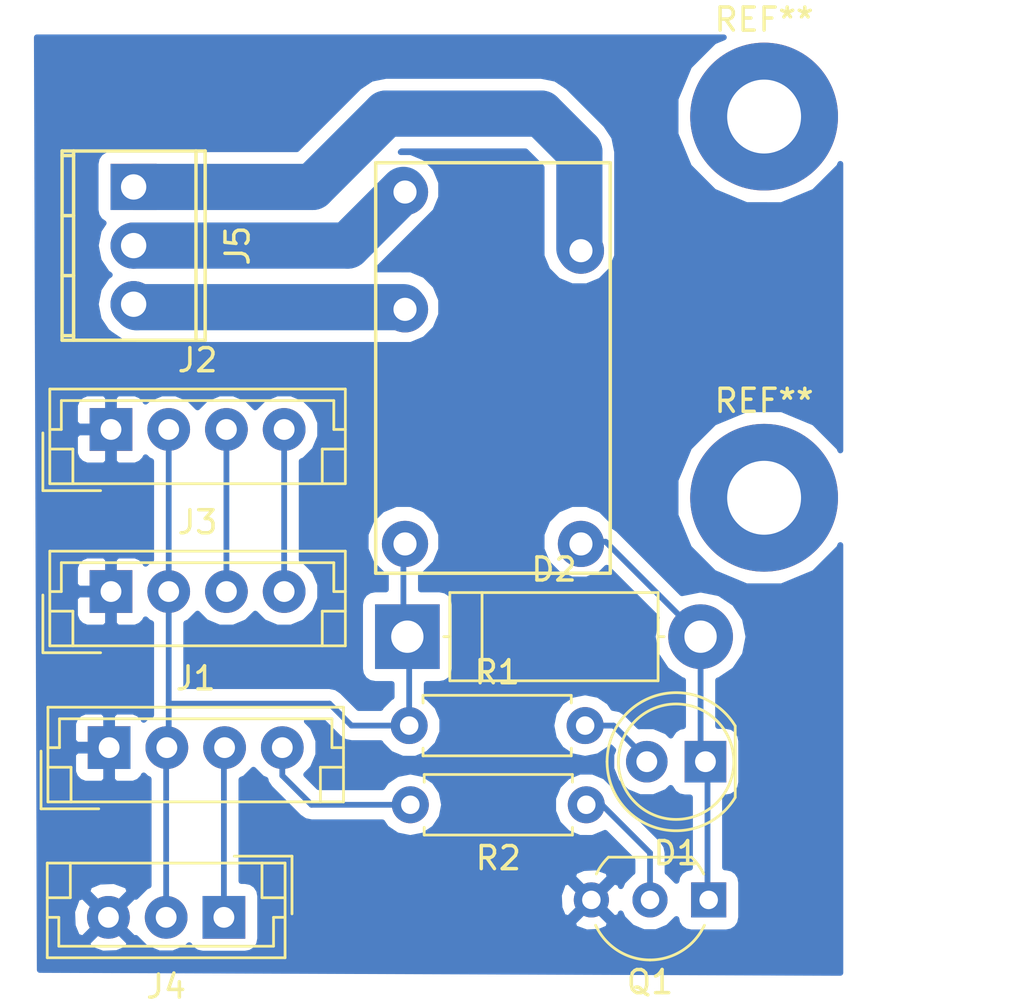
<source format=kicad_pcb>
(kicad_pcb (version 4) (host pcbnew 4.0.7)

  (general
    (links 22)
    (no_connects 0)
    (area 161.523571 86.519 206.033858 130.45)
    (thickness 1.6)
    (drawings 6)
    (tracks 40)
    (zones 0)
    (modules 13)
    (nets 13)
  )

  (page A4)
  (layers
    (0 F.Cu signal)
    (31 B.Cu signal)
    (32 B.Adhes user)
    (33 F.Adhes user)
    (34 B.Paste user)
    (35 F.Paste user)
    (36 B.SilkS user)
    (37 F.SilkS user)
    (38 B.Mask user)
    (39 F.Mask user)
    (40 Dwgs.User user)
    (41 Cmts.User user)
    (42 Eco1.User user)
    (43 Eco2.User user)
    (44 Edge.Cuts user)
    (45 Margin user)
    (46 B.CrtYd user)
    (47 F.CrtYd user)
    (48 B.Fab user)
    (49 F.Fab user)
  )

  (setup
    (last_trace_width 0.25)
    (trace_clearance 0.2)
    (zone_clearance 0.508)
    (zone_45_only no)
    (trace_min 0.2)
    (segment_width 0.2)
    (edge_width 0.15)
    (via_size 0.6)
    (via_drill 0.4)
    (via_min_size 0.4)
    (via_min_drill 0.3)
    (uvia_size 0.3)
    (uvia_drill 0.1)
    (uvias_allowed no)
    (uvia_min_size 0.2)
    (uvia_min_drill 0.1)
    (pcb_text_width 0.3)
    (pcb_text_size 1.5 1.5)
    (mod_edge_width 0.15)
    (mod_text_size 1 1)
    (mod_text_width 0.15)
    (pad_size 1.524 1.524)
    (pad_drill 0.762)
    (pad_to_mask_clearance 0.2)
    (aux_axis_origin 0 0)
    (visible_elements 7FFFFFFF)
    (pcbplotparams
      (layerselection 0x00030_80000001)
      (usegerberextensions false)
      (excludeedgelayer true)
      (linewidth 0.100000)
      (plotframeref false)
      (viasonmask false)
      (mode 1)
      (useauxorigin false)
      (hpglpennumber 1)
      (hpglpenspeed 20)
      (hpglpendiameter 15)
      (hpglpenoverlay 2)
      (psnegative false)
      (psa4output false)
      (plotreference true)
      (plotvalue true)
      (plotinvisibletext false)
      (padsonsilk false)
      (subtractmaskfromsilk false)
      (outputformat 1)
      (mirror false)
      (drillshape 1)
      (scaleselection 1)
      (outputdirectory ""))
  )

  (net 0 "")
  (net 1 "Net-(D1-Pad1)")
  (net 2 "Net-(D1-Pad2)")
  (net 3 VCC)
  (net 4 GND)
  (net 5 /Servo1)
  (net 6 /REL2)
  (net 7 /SDA)
  (net 8 /SCL)
  (net 9 "Net-(J5-Pad3)")
  (net 10 "Net-(J5-Pad1)")
  (net 11 "Net-(J5-Pad2)")
  (net 12 "Net-(Q1-Pad2)")

  (net_class Default "Dies ist die voreingestellte Netzklasse."
    (clearance 0.2)
    (trace_width 0.25)
    (via_dia 0.6)
    (via_drill 0.4)
    (uvia_dia 0.3)
    (uvia_drill 0.1)
    (add_net /REL2)
    (add_net /SCL)
    (add_net /SDA)
    (add_net /Servo1)
    (add_net GND)
    (add_net "Net-(D1-Pad1)")
    (add_net "Net-(D1-Pad2)")
    (add_net "Net-(Q1-Pad2)")
    (add_net VCC)
  )

  (net_class power ""
    (clearance 0.2)
    (trace_width 2)
    (via_dia 0.6)
    (via_drill 0.4)
    (uvia_dia 0.3)
    (uvia_drill 0.1)
    (add_net "Net-(J5-Pad1)")
    (add_net "Net-(J5-Pad2)")
    (add_net "Net-(J5-Pad3)")
  )

  (module LEDs:LED_D5.0mm (layer F.Cu) (tedit 5995936A) (tstamp 5A17DCBF)
    (at 192.151 119.634 180)
    (descr "LED, diameter 5.0mm, 2 pins, http://cdn-reichelt.de/documents/datenblatt/A500/LL-504BC2E-009.pdf")
    (tags "LED diameter 5.0mm 2 pins")
    (path /5A17CF5B)
    (fp_text reference D1 (at 1.27 -3.96 180) (layer F.SilkS)
      (effects (font (size 1 1) (thickness 0.15)))
    )
    (fp_text value LED (at 1.27 3.96 180) (layer F.Fab)
      (effects (font (size 1 1) (thickness 0.15)))
    )
    (fp_arc (start 1.27 0) (end -1.23 -1.469694) (angle 299.1) (layer F.Fab) (width 0.1))
    (fp_arc (start 1.27 0) (end -1.29 -1.54483) (angle 148.9) (layer F.SilkS) (width 0.12))
    (fp_arc (start 1.27 0) (end -1.29 1.54483) (angle -148.9) (layer F.SilkS) (width 0.12))
    (fp_circle (center 1.27 0) (end 3.77 0) (layer F.Fab) (width 0.1))
    (fp_circle (center 1.27 0) (end 3.77 0) (layer F.SilkS) (width 0.12))
    (fp_line (start -1.23 -1.469694) (end -1.23 1.469694) (layer F.Fab) (width 0.1))
    (fp_line (start -1.29 -1.545) (end -1.29 1.545) (layer F.SilkS) (width 0.12))
    (fp_line (start -1.95 -3.25) (end -1.95 3.25) (layer F.CrtYd) (width 0.05))
    (fp_line (start -1.95 3.25) (end 4.5 3.25) (layer F.CrtYd) (width 0.05))
    (fp_line (start 4.5 3.25) (end 4.5 -3.25) (layer F.CrtYd) (width 0.05))
    (fp_line (start 4.5 -3.25) (end -1.95 -3.25) (layer F.CrtYd) (width 0.05))
    (fp_text user %R (at 1.25 0 180) (layer F.Fab)
      (effects (font (size 0.8 0.8) (thickness 0.2)))
    )
    (pad 1 thru_hole rect (at 0 0 180) (size 1.8 1.8) (drill 0.9) (layers *.Cu *.Mask)
      (net 1 "Net-(D1-Pad1)"))
    (pad 2 thru_hole circle (at 2.54 0 180) (size 1.8 1.8) (drill 0.9) (layers *.Cu *.Mask)
      (net 2 "Net-(D1-Pad2)"))
    (model ${KISYS3DMOD}/LEDs.3dshapes/LED_D5.0mm.wrl
      (at (xyz 0 0 0))
      (scale (xyz 0.393701 0.393701 0.393701))
      (rotate (xyz 0 0 0))
    )
  )

  (module Diodes_THT:D_5W_P12.70mm_Horizontal (layer F.Cu) (tedit 5921392E) (tstamp 5A17DCC5)
    (at 179.24 114.22)
    (descr "D, 5W series, Axial, Horizontal, pin pitch=12.7mm, , length*diameter=8.9*3.7mm^2, , http://www.diodes.com/_files/packages/8686949.gif")
    (tags "D 5W series Axial Horizontal pin pitch 12.7mm  length 8.9mm diameter 3.7mm")
    (path /5A15478A)
    (fp_text reference D2 (at 6.35 -2.91) (layer F.SilkS)
      (effects (font (size 1 1) (thickness 0.15)))
    )
    (fp_text value D (at 6.35 2.91) (layer F.Fab)
      (effects (font (size 1 1) (thickness 0.15)))
    )
    (fp_text user %R (at 6.35 0) (layer F.Fab)
      (effects (font (size 1 1) (thickness 0.15)))
    )
    (fp_line (start 1.9 -1.85) (end 1.9 1.85) (layer F.Fab) (width 0.1))
    (fp_line (start 1.9 1.85) (end 10.8 1.85) (layer F.Fab) (width 0.1))
    (fp_line (start 10.8 1.85) (end 10.8 -1.85) (layer F.Fab) (width 0.1))
    (fp_line (start 10.8 -1.85) (end 1.9 -1.85) (layer F.Fab) (width 0.1))
    (fp_line (start 0 0) (end 1.9 0) (layer F.Fab) (width 0.1))
    (fp_line (start 12.7 0) (end 10.8 0) (layer F.Fab) (width 0.1))
    (fp_line (start 3.235 -1.85) (end 3.235 1.85) (layer F.Fab) (width 0.1))
    (fp_line (start 1.84 -1.91) (end 1.84 1.91) (layer F.SilkS) (width 0.12))
    (fp_line (start 1.84 1.91) (end 10.86 1.91) (layer F.SilkS) (width 0.12))
    (fp_line (start 10.86 1.91) (end 10.86 -1.91) (layer F.SilkS) (width 0.12))
    (fp_line (start 10.86 -1.91) (end 1.84 -1.91) (layer F.SilkS) (width 0.12))
    (fp_line (start 1.58 0) (end 1.84 0) (layer F.SilkS) (width 0.12))
    (fp_line (start 11.12 0) (end 10.86 0) (layer F.SilkS) (width 0.12))
    (fp_line (start 3.235 -1.91) (end 3.235 1.91) (layer F.SilkS) (width 0.12))
    (fp_line (start -1.65 -2.2) (end -1.65 2.2) (layer F.CrtYd) (width 0.05))
    (fp_line (start -1.65 2.2) (end 14.35 2.2) (layer F.CrtYd) (width 0.05))
    (fp_line (start 14.35 2.2) (end 14.35 -2.2) (layer F.CrtYd) (width 0.05))
    (fp_line (start 14.35 -2.2) (end -1.65 -2.2) (layer F.CrtYd) (width 0.05))
    (pad 1 thru_hole rect (at 0 0) (size 2.8 2.8) (drill 1.4) (layers *.Cu *.Mask)
      (net 3 VCC))
    (pad 2 thru_hole oval (at 12.7 0) (size 2.8 2.8) (drill 1.4) (layers *.Cu *.Mask)
      (net 1 "Net-(D1-Pad1)"))
    (model ${KISYS3DMOD}/Diodes_THT.3dshapes/D_5W_P12.70mm_Horizontal.wrl
      (at (xyz 0 0 0))
      (scale (xyz 0.393701 0.393701 0.393701))
      (rotate (xyz 0 0 0))
    )
  )

  (module Connectors_JST:JST_EH_B04B-EH-A_04x2.50mm_Straight (layer F.Cu) (tedit 58A3B0B5) (tstamp 5A17DCCD)
    (at 166.325 119.025)
    (descr "JST EH series connector, B04B-EH-A, 2.50mm pitch, top entry")
    (tags "connector jst eh top vertical straight")
    (path /5A17DDF2)
    (fp_text reference J1 (at 3.75 -3) (layer F.SilkS)
      (effects (font (size 1 1) (thickness 0.15)))
    )
    (fp_text value CONN_01X04_MALE (at 3.75 3.5) (layer F.Fab)
      (effects (font (size 1 1) (thickness 0.15)))
    )
    (fp_text user %R (at 3.75 -3) (layer F.Fab)
      (effects (font (size 1 1) (thickness 0.15)))
    )
    (fp_line (start -2.5 -1.6) (end -2.5 2.2) (layer F.Fab) (width 0.1))
    (fp_line (start -2.5 2.2) (end 10 2.2) (layer F.Fab) (width 0.1))
    (fp_line (start 10 2.2) (end 10 -1.6) (layer F.Fab) (width 0.1))
    (fp_line (start 10 -1.6) (end -2.5 -1.6) (layer F.Fab) (width 0.1))
    (fp_line (start -2.65 -1.75) (end -2.65 2.35) (layer F.SilkS) (width 0.12))
    (fp_line (start -2.65 2.35) (end 10.15 2.35) (layer F.SilkS) (width 0.12))
    (fp_line (start 10.15 2.35) (end 10.15 -1.75) (layer F.SilkS) (width 0.12))
    (fp_line (start 10.15 -1.75) (end -2.65 -1.75) (layer F.SilkS) (width 0.12))
    (fp_line (start -2.65 0) (end -2.15 0) (layer F.SilkS) (width 0.12))
    (fp_line (start -2.15 0) (end -2.15 -1.25) (layer F.SilkS) (width 0.12))
    (fp_line (start -2.15 -1.25) (end 9.65 -1.25) (layer F.SilkS) (width 0.12))
    (fp_line (start 9.65 -1.25) (end 9.65 0) (layer F.SilkS) (width 0.12))
    (fp_line (start 9.65 0) (end 10.15 0) (layer F.SilkS) (width 0.12))
    (fp_line (start -2.65 0.85) (end -1.65 0.85) (layer F.SilkS) (width 0.12))
    (fp_line (start -1.65 0.85) (end -1.65 2.35) (layer F.SilkS) (width 0.12))
    (fp_line (start 10.15 0.85) (end 9.15 0.85) (layer F.SilkS) (width 0.12))
    (fp_line (start 9.15 0.85) (end 9.15 2.35) (layer F.SilkS) (width 0.12))
    (fp_line (start -2.95 0.15) (end -2.95 2.65) (layer F.SilkS) (width 0.12))
    (fp_line (start -2.95 2.65) (end -0.45 2.65) (layer F.SilkS) (width 0.12))
    (fp_line (start -2.95 0.15) (end -2.95 2.65) (layer F.Fab) (width 0.1))
    (fp_line (start -2.95 2.65) (end -0.45 2.65) (layer F.Fab) (width 0.1))
    (fp_line (start -3.15 -2.25) (end -3.15 2.85) (layer F.CrtYd) (width 0.05))
    (fp_line (start -3.15 2.85) (end 10.65 2.85) (layer F.CrtYd) (width 0.05))
    (fp_line (start 10.65 2.85) (end 10.65 -2.25) (layer F.CrtYd) (width 0.05))
    (fp_line (start 10.65 -2.25) (end -3.15 -2.25) (layer F.CrtYd) (width 0.05))
    (pad 1 thru_hole rect (at 0 0) (size 1.85 1.85) (drill 0.9) (layers *.Cu *.Mask)
      (net 4 GND))
    (pad 2 thru_hole circle (at 2.5 0) (size 1.85 1.85) (drill 0.9) (layers *.Cu *.Mask)
      (net 3 VCC))
    (pad 3 thru_hole circle (at 5 0) (size 1.85 1.85) (drill 0.9) (layers *.Cu *.Mask)
      (net 5 /Servo1))
    (pad 4 thru_hole circle (at 7.5 0) (size 1.85 1.85) (drill 0.9) (layers *.Cu *.Mask)
      (net 6 /REL2))
    (model Connectors_JST.3dshapes/JST_EH_B04B-EH-A_04x2.50mm_Straight.wrl
      (at (xyz 0 0 0))
      (scale (xyz 1 1 1))
      (rotate (xyz 0 0 0))
    )
  )

  (module Connectors_JST:JST_EH_B04B-EH-A_04x2.50mm_Straight (layer F.Cu) (tedit 58A3B0B5) (tstamp 5A17DCD5)
    (at 166.405 105.245)
    (descr "JST EH series connector, B04B-EH-A, 2.50mm pitch, top entry")
    (tags "connector jst eh top vertical straight")
    (path /5A17DABA)
    (fp_text reference J2 (at 3.75 -3) (layer F.SilkS)
      (effects (font (size 1 1) (thickness 0.15)))
    )
    (fp_text value CONN_01X04_MALE (at 3.75 3.5) (layer F.Fab)
      (effects (font (size 1 1) (thickness 0.15)))
    )
    (fp_text user %R (at 3.75 -3) (layer F.Fab)
      (effects (font (size 1 1) (thickness 0.15)))
    )
    (fp_line (start -2.5 -1.6) (end -2.5 2.2) (layer F.Fab) (width 0.1))
    (fp_line (start -2.5 2.2) (end 10 2.2) (layer F.Fab) (width 0.1))
    (fp_line (start 10 2.2) (end 10 -1.6) (layer F.Fab) (width 0.1))
    (fp_line (start 10 -1.6) (end -2.5 -1.6) (layer F.Fab) (width 0.1))
    (fp_line (start -2.65 -1.75) (end -2.65 2.35) (layer F.SilkS) (width 0.12))
    (fp_line (start -2.65 2.35) (end 10.15 2.35) (layer F.SilkS) (width 0.12))
    (fp_line (start 10.15 2.35) (end 10.15 -1.75) (layer F.SilkS) (width 0.12))
    (fp_line (start 10.15 -1.75) (end -2.65 -1.75) (layer F.SilkS) (width 0.12))
    (fp_line (start -2.65 0) (end -2.15 0) (layer F.SilkS) (width 0.12))
    (fp_line (start -2.15 0) (end -2.15 -1.25) (layer F.SilkS) (width 0.12))
    (fp_line (start -2.15 -1.25) (end 9.65 -1.25) (layer F.SilkS) (width 0.12))
    (fp_line (start 9.65 -1.25) (end 9.65 0) (layer F.SilkS) (width 0.12))
    (fp_line (start 9.65 0) (end 10.15 0) (layer F.SilkS) (width 0.12))
    (fp_line (start -2.65 0.85) (end -1.65 0.85) (layer F.SilkS) (width 0.12))
    (fp_line (start -1.65 0.85) (end -1.65 2.35) (layer F.SilkS) (width 0.12))
    (fp_line (start 10.15 0.85) (end 9.15 0.85) (layer F.SilkS) (width 0.12))
    (fp_line (start 9.15 0.85) (end 9.15 2.35) (layer F.SilkS) (width 0.12))
    (fp_line (start -2.95 0.15) (end -2.95 2.65) (layer F.SilkS) (width 0.12))
    (fp_line (start -2.95 2.65) (end -0.45 2.65) (layer F.SilkS) (width 0.12))
    (fp_line (start -2.95 0.15) (end -2.95 2.65) (layer F.Fab) (width 0.1))
    (fp_line (start -2.95 2.65) (end -0.45 2.65) (layer F.Fab) (width 0.1))
    (fp_line (start -3.15 -2.25) (end -3.15 2.85) (layer F.CrtYd) (width 0.05))
    (fp_line (start -3.15 2.85) (end 10.65 2.85) (layer F.CrtYd) (width 0.05))
    (fp_line (start 10.65 2.85) (end 10.65 -2.25) (layer F.CrtYd) (width 0.05))
    (fp_line (start 10.65 -2.25) (end -3.15 -2.25) (layer F.CrtYd) (width 0.05))
    (pad 1 thru_hole rect (at 0 0) (size 1.85 1.85) (drill 0.9) (layers *.Cu *.Mask)
      (net 4 GND))
    (pad 2 thru_hole circle (at 2.5 0) (size 1.85 1.85) (drill 0.9) (layers *.Cu *.Mask)
      (net 3 VCC))
    (pad 3 thru_hole circle (at 5 0) (size 1.85 1.85) (drill 0.9) (layers *.Cu *.Mask)
      (net 7 /SDA))
    (pad 4 thru_hole circle (at 7.5 0) (size 1.85 1.85) (drill 0.9) (layers *.Cu *.Mask)
      (net 8 /SCL))
    (model Connectors_JST.3dshapes/JST_EH_B04B-EH-A_04x2.50mm_Straight.wrl
      (at (xyz 0 0 0))
      (scale (xyz 1 1 1))
      (rotate (xyz 0 0 0))
    )
  )

  (module Connectors_JST:JST_EH_B04B-EH-A_04x2.50mm_Straight (layer F.Cu) (tedit 58A3B0B5) (tstamp 5A17DCDD)
    (at 166.405 112.265)
    (descr "JST EH series connector, B04B-EH-A, 2.50mm pitch, top entry")
    (tags "connector jst eh top vertical straight")
    (path /5A154896)
    (fp_text reference J3 (at 3.75 -3) (layer F.SilkS)
      (effects (font (size 1 1) (thickness 0.15)))
    )
    (fp_text value CONN_01X04_MALE (at 3.75 3.5) (layer F.Fab)
      (effects (font (size 1 1) (thickness 0.15)))
    )
    (fp_text user %R (at 3.75 -3) (layer F.Fab)
      (effects (font (size 1 1) (thickness 0.15)))
    )
    (fp_line (start -2.5 -1.6) (end -2.5 2.2) (layer F.Fab) (width 0.1))
    (fp_line (start -2.5 2.2) (end 10 2.2) (layer F.Fab) (width 0.1))
    (fp_line (start 10 2.2) (end 10 -1.6) (layer F.Fab) (width 0.1))
    (fp_line (start 10 -1.6) (end -2.5 -1.6) (layer F.Fab) (width 0.1))
    (fp_line (start -2.65 -1.75) (end -2.65 2.35) (layer F.SilkS) (width 0.12))
    (fp_line (start -2.65 2.35) (end 10.15 2.35) (layer F.SilkS) (width 0.12))
    (fp_line (start 10.15 2.35) (end 10.15 -1.75) (layer F.SilkS) (width 0.12))
    (fp_line (start 10.15 -1.75) (end -2.65 -1.75) (layer F.SilkS) (width 0.12))
    (fp_line (start -2.65 0) (end -2.15 0) (layer F.SilkS) (width 0.12))
    (fp_line (start -2.15 0) (end -2.15 -1.25) (layer F.SilkS) (width 0.12))
    (fp_line (start -2.15 -1.25) (end 9.65 -1.25) (layer F.SilkS) (width 0.12))
    (fp_line (start 9.65 -1.25) (end 9.65 0) (layer F.SilkS) (width 0.12))
    (fp_line (start 9.65 0) (end 10.15 0) (layer F.SilkS) (width 0.12))
    (fp_line (start -2.65 0.85) (end -1.65 0.85) (layer F.SilkS) (width 0.12))
    (fp_line (start -1.65 0.85) (end -1.65 2.35) (layer F.SilkS) (width 0.12))
    (fp_line (start 10.15 0.85) (end 9.15 0.85) (layer F.SilkS) (width 0.12))
    (fp_line (start 9.15 0.85) (end 9.15 2.35) (layer F.SilkS) (width 0.12))
    (fp_line (start -2.95 0.15) (end -2.95 2.65) (layer F.SilkS) (width 0.12))
    (fp_line (start -2.95 2.65) (end -0.45 2.65) (layer F.SilkS) (width 0.12))
    (fp_line (start -2.95 0.15) (end -2.95 2.65) (layer F.Fab) (width 0.1))
    (fp_line (start -2.95 2.65) (end -0.45 2.65) (layer F.Fab) (width 0.1))
    (fp_line (start -3.15 -2.25) (end -3.15 2.85) (layer F.CrtYd) (width 0.05))
    (fp_line (start -3.15 2.85) (end 10.65 2.85) (layer F.CrtYd) (width 0.05))
    (fp_line (start 10.65 2.85) (end 10.65 -2.25) (layer F.CrtYd) (width 0.05))
    (fp_line (start 10.65 -2.25) (end -3.15 -2.25) (layer F.CrtYd) (width 0.05))
    (pad 1 thru_hole rect (at 0 0) (size 1.85 1.85) (drill 0.9) (layers *.Cu *.Mask)
      (net 4 GND))
    (pad 2 thru_hole circle (at 2.5 0) (size 1.85 1.85) (drill 0.9) (layers *.Cu *.Mask)
      (net 3 VCC))
    (pad 3 thru_hole circle (at 5 0) (size 1.85 1.85) (drill 0.9) (layers *.Cu *.Mask)
      (net 7 /SDA))
    (pad 4 thru_hole circle (at 7.5 0) (size 1.85 1.85) (drill 0.9) (layers *.Cu *.Mask)
      (net 8 /SCL))
    (model Connectors_JST.3dshapes/JST_EH_B04B-EH-A_04x2.50mm_Straight.wrl
      (at (xyz 0 0 0))
      (scale (xyz 1 1 1))
      (rotate (xyz 0 0 0))
    )
  )

  (module Connectors_JST:JST_EH_B03B-EH-A_03x2.50mm_Straight (layer F.Cu) (tedit 58A3B0B5) (tstamp 5A17DCE4)
    (at 171.295 126.375 180)
    (descr "JST EH series connector, B03B-EH-A, 2.50mm pitch, top entry")
    (tags "connector jst eh top vertical straight")
    (path /5A154823)
    (fp_text reference J4 (at 2.5 -3 180) (layer F.SilkS)
      (effects (font (size 1 1) (thickness 0.15)))
    )
    (fp_text value CONN_01X03_MALE (at 2.5 3.5 180) (layer F.Fab)
      (effects (font (size 1 1) (thickness 0.15)))
    )
    (fp_text user %R (at 2.5 -3 180) (layer F.Fab)
      (effects (font (size 1 1) (thickness 0.15)))
    )
    (fp_line (start -2.5 -1.6) (end -2.5 2.2) (layer F.Fab) (width 0.1))
    (fp_line (start -2.5 2.2) (end 7.5 2.2) (layer F.Fab) (width 0.1))
    (fp_line (start 7.5 2.2) (end 7.5 -1.6) (layer F.Fab) (width 0.1))
    (fp_line (start 7.5 -1.6) (end -2.5 -1.6) (layer F.Fab) (width 0.1))
    (fp_line (start -2.65 -1.75) (end -2.65 2.35) (layer F.SilkS) (width 0.12))
    (fp_line (start -2.65 2.35) (end 7.65 2.35) (layer F.SilkS) (width 0.12))
    (fp_line (start 7.65 2.35) (end 7.65 -1.75) (layer F.SilkS) (width 0.12))
    (fp_line (start 7.65 -1.75) (end -2.65 -1.75) (layer F.SilkS) (width 0.12))
    (fp_line (start -2.65 0) (end -2.15 0) (layer F.SilkS) (width 0.12))
    (fp_line (start -2.15 0) (end -2.15 -1.25) (layer F.SilkS) (width 0.12))
    (fp_line (start -2.15 -1.25) (end 7.15 -1.25) (layer F.SilkS) (width 0.12))
    (fp_line (start 7.15 -1.25) (end 7.15 0) (layer F.SilkS) (width 0.12))
    (fp_line (start 7.15 0) (end 7.65 0) (layer F.SilkS) (width 0.12))
    (fp_line (start -2.65 0.85) (end -1.65 0.85) (layer F.SilkS) (width 0.12))
    (fp_line (start -1.65 0.85) (end -1.65 2.35) (layer F.SilkS) (width 0.12))
    (fp_line (start 7.65 0.85) (end 6.65 0.85) (layer F.SilkS) (width 0.12))
    (fp_line (start 6.65 0.85) (end 6.65 2.35) (layer F.SilkS) (width 0.12))
    (fp_line (start -2.95 0.15) (end -2.95 2.65) (layer F.SilkS) (width 0.12))
    (fp_line (start -2.95 2.65) (end -0.45 2.65) (layer F.SilkS) (width 0.12))
    (fp_line (start -2.95 0.15) (end -2.95 2.65) (layer F.Fab) (width 0.1))
    (fp_line (start -2.95 2.65) (end -0.45 2.65) (layer F.Fab) (width 0.1))
    (fp_line (start -3.15 -2.25) (end -3.15 2.85) (layer F.CrtYd) (width 0.05))
    (fp_line (start -3.15 2.85) (end 8.15 2.85) (layer F.CrtYd) (width 0.05))
    (fp_line (start 8.15 2.85) (end 8.15 -2.25) (layer F.CrtYd) (width 0.05))
    (fp_line (start 8.15 -2.25) (end -3.15 -2.25) (layer F.CrtYd) (width 0.05))
    (pad 1 thru_hole rect (at 0 0 180) (size 1.85 1.85) (drill 0.9) (layers *.Cu *.Mask)
      (net 5 /Servo1))
    (pad 2 thru_hole circle (at 2.5 0 180) (size 1.85 1.85) (drill 0.9) (layers *.Cu *.Mask)
      (net 3 VCC))
    (pad 3 thru_hole circle (at 5 0 180) (size 1.85 1.85) (drill 0.9) (layers *.Cu *.Mask)
      (net 4 GND))
    (model Connectors_JST.3dshapes/JST_EH_B03B-EH-A_03x2.50mm_Straight.wrl
      (at (xyz 0 0 0))
      (scale (xyz 1 1 1))
      (rotate (xyz 0 0 0))
    )
  )

  (module Connectors_Terminal_Blocks:TerminalBlock_Pheonix_MPT-2.54mm_3pol (layer F.Cu) (tedit 0) (tstamp 5A17DCEB)
    (at 167.386 94.742 270)
    (descr "3-way 2.54mm pitch terminal block, Phoenix MPT series")
    (path /5A17D78D)
    (fp_text reference J5 (at 2.54 -4.50088 270) (layer F.SilkS)
      (effects (font (size 1 1) (thickness 0.15)))
    )
    (fp_text value CONN_01X03 (at 2.54 4.50088 270) (layer F.Fab)
      (effects (font (size 1 1) (thickness 0.15)))
    )
    (fp_line (start -1.778 3.302) (end 6.858 3.302) (layer F.CrtYd) (width 0.05))
    (fp_line (start -1.778 -3.302) (end -1.778 3.302) (layer F.CrtYd) (width 0.05))
    (fp_line (start 6.858 -3.302) (end -1.778 -3.302) (layer F.CrtYd) (width 0.05))
    (fp_line (start 6.858 3.302) (end 6.858 -3.302) (layer F.CrtYd) (width 0.05))
    (fp_line (start 6.63956 -3.0988) (end -1.55956 -3.0988) (layer F.SilkS) (width 0.15))
    (fp_line (start 6.63956 -2.70002) (end -1.55956 -2.70002) (layer F.SilkS) (width 0.15))
    (fp_line (start 6.63956 2.60096) (end -1.55956 2.60096) (layer F.SilkS) (width 0.15))
    (fp_line (start -1.55956 3.0988) (end 6.63956 3.0988) (layer F.SilkS) (width 0.15))
    (fp_line (start 3.84048 2.60096) (end 3.84048 3.0988) (layer F.SilkS) (width 0.15))
    (fp_line (start -1.3589 3.0988) (end -1.3589 2.60096) (layer F.SilkS) (width 0.15))
    (fp_line (start 6.44144 2.60096) (end 6.44144 3.0988) (layer F.SilkS) (width 0.15))
    (fp_line (start 1.24206 3.0988) (end 1.24206 2.60096) (layer F.SilkS) (width 0.15))
    (fp_line (start 6.63956 3.0988) (end 6.63956 -3.0988) (layer F.SilkS) (width 0.15))
    (fp_line (start -1.55702 -3.0988) (end -1.55702 3.0988) (layer F.SilkS) (width 0.15))
    (pad 3 thru_hole oval (at 5.08 0 270) (size 1.99898 1.99898) (drill 1.09728) (layers *.Cu *.Mask)
      (net 9 "Net-(J5-Pad3)"))
    (pad 1 thru_hole rect (at 0 0 270) (size 1.99898 1.99898) (drill 1.09728) (layers *.Cu *.Mask)
      (net 10 "Net-(J5-Pad1)"))
    (pad 2 thru_hole oval (at 2.54 0 270) (size 1.99898 1.99898) (drill 1.09728) (layers *.Cu *.Mask)
      (net 11 "Net-(J5-Pad2)"))
    (model Terminal_Blocks.3dshapes/TerminalBlock_Pheonix_MPT-2.54mm_3pol.wrl
      (at (xyz 0.1 0 0))
      (scale (xyz 1 1 1))
      (rotate (xyz 0 0 0))
    )
  )

  (module TO_SOT_Packages_THT:TO-92_Inline_Wide (layer F.Cu) (tedit 58CE52AF) (tstamp 5A17DCF2)
    (at 192.29 125.62 180)
    (descr "TO-92 leads in-line, wide, drill 0.8mm (see NXP sot054_po.pdf)")
    (tags "to-92 sc-43 sc-43a sot54 PA33 transistor")
    (path /5A17CEC7)
    (fp_text reference Q1 (at 2.54 -3.56 360) (layer F.SilkS)
      (effects (font (size 1 1) (thickness 0.15)))
    )
    (fp_text value BC547 (at 2.54 2.79 180) (layer F.Fab)
      (effects (font (size 1 1) (thickness 0.15)))
    )
    (fp_text user %R (at 2.54 -3.56 360) (layer F.Fab)
      (effects (font (size 1 1) (thickness 0.15)))
    )
    (fp_line (start 0.74 1.85) (end 4.34 1.85) (layer F.SilkS) (width 0.12))
    (fp_line (start 0.8 1.75) (end 4.3 1.75) (layer F.Fab) (width 0.1))
    (fp_line (start -1.01 -2.73) (end 6.09 -2.73) (layer F.CrtYd) (width 0.05))
    (fp_line (start -1.01 -2.73) (end -1.01 2.01) (layer F.CrtYd) (width 0.05))
    (fp_line (start 6.09 2.01) (end 6.09 -2.73) (layer F.CrtYd) (width 0.05))
    (fp_line (start 6.09 2.01) (end -1.01 2.01) (layer F.CrtYd) (width 0.05))
    (fp_arc (start 2.54 0) (end 0.74 1.85) (angle 20) (layer F.SilkS) (width 0.12))
    (fp_arc (start 2.54 0) (end 2.54 -2.6) (angle -65) (layer F.SilkS) (width 0.12))
    (fp_arc (start 2.54 0) (end 2.54 -2.6) (angle 65) (layer F.SilkS) (width 0.12))
    (fp_arc (start 2.54 0) (end 2.54 -2.48) (angle 135) (layer F.Fab) (width 0.1))
    (fp_arc (start 2.54 0) (end 2.54 -2.48) (angle -135) (layer F.Fab) (width 0.1))
    (fp_arc (start 2.54 0) (end 4.34 1.85) (angle -20) (layer F.SilkS) (width 0.12))
    (pad 2 thru_hole circle (at 2.54 0 270) (size 1.52 1.52) (drill 0.8) (layers *.Cu *.Mask)
      (net 12 "Net-(Q1-Pad2)"))
    (pad 3 thru_hole circle (at 5.08 0 270) (size 1.52 1.52) (drill 0.8) (layers *.Cu *.Mask)
      (net 4 GND))
    (pad 1 thru_hole rect (at 0 0 270) (size 1.52 1.52) (drill 0.8) (layers *.Cu *.Mask)
      (net 1 "Net-(D1-Pad1)"))
    (model ${KISYS3DMOD}/TO_SOT_Packages_THT.3dshapes/TO-92_Inline_Wide.wrl
      (at (xyz 0.1 0 0))
      (scale (xyz 1 1 1))
      (rotate (xyz 0 0 -90))
    )
  )

  (module Resistors_THT:R_Axial_DIN0207_L6.3mm_D2.5mm_P7.62mm_Horizontal (layer F.Cu) (tedit 5874F706) (tstamp 5A17DCF8)
    (at 179.32 118.07)
    (descr "Resistor, Axial_DIN0207 series, Axial, Horizontal, pin pitch=7.62mm, 0.25W = 1/4W, length*diameter=6.3*2.5mm^2, http://cdn-reichelt.de/documents/datenblatt/B400/1_4W%23YAG.pdf")
    (tags "Resistor Axial_DIN0207 series Axial Horizontal pin pitch 7.62mm 0.25W = 1/4W length 6.3mm diameter 2.5mm")
    (path /5A17D0A6)
    (fp_text reference R1 (at 3.81 -2.31) (layer F.SilkS)
      (effects (font (size 1 1) (thickness 0.15)))
    )
    (fp_text value R (at 3.81 2.31) (layer F.Fab)
      (effects (font (size 1 1) (thickness 0.15)))
    )
    (fp_line (start 0.66 -1.25) (end 0.66 1.25) (layer F.Fab) (width 0.1))
    (fp_line (start 0.66 1.25) (end 6.96 1.25) (layer F.Fab) (width 0.1))
    (fp_line (start 6.96 1.25) (end 6.96 -1.25) (layer F.Fab) (width 0.1))
    (fp_line (start 6.96 -1.25) (end 0.66 -1.25) (layer F.Fab) (width 0.1))
    (fp_line (start 0 0) (end 0.66 0) (layer F.Fab) (width 0.1))
    (fp_line (start 7.62 0) (end 6.96 0) (layer F.Fab) (width 0.1))
    (fp_line (start 0.6 -0.98) (end 0.6 -1.31) (layer F.SilkS) (width 0.12))
    (fp_line (start 0.6 -1.31) (end 7.02 -1.31) (layer F.SilkS) (width 0.12))
    (fp_line (start 7.02 -1.31) (end 7.02 -0.98) (layer F.SilkS) (width 0.12))
    (fp_line (start 0.6 0.98) (end 0.6 1.31) (layer F.SilkS) (width 0.12))
    (fp_line (start 0.6 1.31) (end 7.02 1.31) (layer F.SilkS) (width 0.12))
    (fp_line (start 7.02 1.31) (end 7.02 0.98) (layer F.SilkS) (width 0.12))
    (fp_line (start -1.05 -1.6) (end -1.05 1.6) (layer F.CrtYd) (width 0.05))
    (fp_line (start -1.05 1.6) (end 8.7 1.6) (layer F.CrtYd) (width 0.05))
    (fp_line (start 8.7 1.6) (end 8.7 -1.6) (layer F.CrtYd) (width 0.05))
    (fp_line (start 8.7 -1.6) (end -1.05 -1.6) (layer F.CrtYd) (width 0.05))
    (pad 1 thru_hole circle (at 0 0) (size 1.6 1.6) (drill 0.8) (layers *.Cu *.Mask)
      (net 3 VCC))
    (pad 2 thru_hole oval (at 7.62 0) (size 1.6 1.6) (drill 0.8) (layers *.Cu *.Mask)
      (net 2 "Net-(D1-Pad2)"))
    (model ${KISYS3DMOD}/Resistors_THT.3dshapes/R_Axial_DIN0207_L6.3mm_D2.5mm_P7.62mm_Horizontal.wrl
      (at (xyz 0 0 0))
      (scale (xyz 0.393701 0.393701 0.393701))
      (rotate (xyz 0 0 0))
    )
  )

  (module Resistors_THT:R_Axial_DIN0207_L6.3mm_D2.5mm_P7.62mm_Horizontal (layer F.Cu) (tedit 5874F706) (tstamp 5A17DCFE)
    (at 186.99 121.5 180)
    (descr "Resistor, Axial_DIN0207 series, Axial, Horizontal, pin pitch=7.62mm, 0.25W = 1/4W, length*diameter=6.3*2.5mm^2, http://cdn-reichelt.de/documents/datenblatt/B400/1_4W%23YAG.pdf")
    (tags "Resistor Axial_DIN0207 series Axial Horizontal pin pitch 7.62mm 0.25W = 1/4W length 6.3mm diameter 2.5mm")
    (path /5A17CF08)
    (fp_text reference R2 (at 3.81 -2.31 180) (layer F.SilkS)
      (effects (font (size 1 1) (thickness 0.15)))
    )
    (fp_text value R (at 3.81 2.31 180) (layer F.Fab)
      (effects (font (size 1 1) (thickness 0.15)))
    )
    (fp_line (start 0.66 -1.25) (end 0.66 1.25) (layer F.Fab) (width 0.1))
    (fp_line (start 0.66 1.25) (end 6.96 1.25) (layer F.Fab) (width 0.1))
    (fp_line (start 6.96 1.25) (end 6.96 -1.25) (layer F.Fab) (width 0.1))
    (fp_line (start 6.96 -1.25) (end 0.66 -1.25) (layer F.Fab) (width 0.1))
    (fp_line (start 0 0) (end 0.66 0) (layer F.Fab) (width 0.1))
    (fp_line (start 7.62 0) (end 6.96 0) (layer F.Fab) (width 0.1))
    (fp_line (start 0.6 -0.98) (end 0.6 -1.31) (layer F.SilkS) (width 0.12))
    (fp_line (start 0.6 -1.31) (end 7.02 -1.31) (layer F.SilkS) (width 0.12))
    (fp_line (start 7.02 -1.31) (end 7.02 -0.98) (layer F.SilkS) (width 0.12))
    (fp_line (start 0.6 0.98) (end 0.6 1.31) (layer F.SilkS) (width 0.12))
    (fp_line (start 0.6 1.31) (end 7.02 1.31) (layer F.SilkS) (width 0.12))
    (fp_line (start 7.02 1.31) (end 7.02 0.98) (layer F.SilkS) (width 0.12))
    (fp_line (start -1.05 -1.6) (end -1.05 1.6) (layer F.CrtYd) (width 0.05))
    (fp_line (start -1.05 1.6) (end 8.7 1.6) (layer F.CrtYd) (width 0.05))
    (fp_line (start 8.7 1.6) (end 8.7 -1.6) (layer F.CrtYd) (width 0.05))
    (fp_line (start 8.7 -1.6) (end -1.05 -1.6) (layer F.CrtYd) (width 0.05))
    (pad 1 thru_hole circle (at 0 0 180) (size 1.6 1.6) (drill 0.8) (layers *.Cu *.Mask)
      (net 12 "Net-(Q1-Pad2)"))
    (pad 2 thru_hole oval (at 7.62 0 180) (size 1.6 1.6) (drill 0.8) (layers *.Cu *.Mask)
      (net 6 /REL2))
    (model ${KISYS3DMOD}/Resistors_THT.3dshapes/R_Axial_DIN0207_L6.3mm_D2.5mm_P7.62mm_Horizontal.wrl
      (at (xyz 0 0 0))
      (scale (xyz 0.393701 0.393701 0.393701))
      (rotate (xyz 0 0 0))
    )
  )

  (module Mounting_Holes:MountingHole_3.2mm_M3_Pad (layer F.Cu) (tedit 56D1B4CB) (tstamp 5A180F35)
    (at 194.691 91.694)
    (descr "Mounting Hole 3.2mm, M3")
    (tags "mounting hole 3.2mm m3")
    (attr virtual)
    (fp_text reference REF** (at 0 -4.2) (layer F.SilkS)
      (effects (font (size 1 1) (thickness 0.15)))
    )
    (fp_text value MountingHole_3.2mm_M3_Pad (at 0 4.2) (layer F.Fab)
      (effects (font (size 1 1) (thickness 0.15)))
    )
    (fp_text user %R (at 0.3 0) (layer F.Fab)
      (effects (font (size 1 1) (thickness 0.15)))
    )
    (fp_circle (center 0 0) (end 3.2 0) (layer Cmts.User) (width 0.15))
    (fp_circle (center 0 0) (end 3.45 0) (layer F.CrtYd) (width 0.05))
    (pad 1 thru_hole circle (at 0 0) (size 6.4 6.4) (drill 3.2) (layers *.Cu *.Mask))
  )

  (module Mounting_Holes:MountingHole_3.2mm_M3_Pad (layer F.Cu) (tedit 56D1B4CB) (tstamp 5A180F44)
    (at 194.691 108.204)
    (descr "Mounting Hole 3.2mm, M3")
    (tags "mounting hole 3.2mm m3")
    (attr virtual)
    (fp_text reference REF** (at 0 -4.2) (layer F.SilkS)
      (effects (font (size 1 1) (thickness 0.15)))
    )
    (fp_text value MountingHole_3.2mm_M3_Pad (at 0 4.2) (layer F.Fab)
      (effects (font (size 1 1) (thickness 0.15)))
    )
    (fp_text user %R (at 0.3 0) (layer F.Fab)
      (effects (font (size 1 1) (thickness 0.15)))
    )
    (fp_circle (center 0 0) (end 3.2 0) (layer Cmts.User) (width 0.15))
    (fp_circle (center 0 0) (end 3.45 0) (layer F.CrtYd) (width 0.05))
    (pad 1 thru_hole circle (at 0 0) (size 6.4 6.4) (drill 3.2) (layers *.Cu *.Mask))
  )

  (module relay:JZC-11F (layer F.Cu) (tedit 5A17F3AF) (tstamp 5A180E7C)
    (at 183.134 102.108 270)
    (path /5A17F976)
    (fp_text reference RL1 (at 2.245 0.185 360) (layer F.SilkS) hide
      (effects (font (size 1 1) (thickness 0.15)))
    )
    (fp_text value JZC-11F (at -9.685 0.185 360) (layer F.Fab)
      (effects (font (size 1 1) (thickness 0.15)))
    )
    (fp_line (start 9.365 5.265) (end 9.365 -4.895) (layer F.SilkS) (width 0.15))
    (fp_line (start 9.365 -4.895) (end -8.415 -4.895) (layer F.SilkS) (width 0.15))
    (fp_line (start -8.415 -4.895) (end -8.415 5.265) (layer F.SilkS) (width 0.15))
    (fp_line (start -8.415 5.265) (end 9.365 5.265) (layer F.SilkS) (width 0.15))
    (pad 1 thru_hole circle (at 8.095 3.995) (size 2 2) (drill 1) (layers *.Cu *.Mask)
      (net 3 VCC))
    (pad 2 thru_hole circle (at 8.095 -3.625) (size 2 2) (drill 1) (layers *.Cu *.Mask)
      (net 1 "Net-(D1-Pad1)"))
    (pad 3 thru_hole circle (at -4.605 -3.625) (size 2 2) (drill 1) (layers *.Cu *.Mask)
      (net 10 "Net-(J5-Pad1)"))
    (pad 4 thru_hole circle (at -2.065 3.995) (size 2 2) (drill 1) (layers *.Cu *.Mask)
      (net 9 "Net-(J5-Pad3)"))
    (pad 5 thru_hole circle (at -7.145 3.995) (size 2 2) (drill 1) (layers *.Cu *.Mask)
      (net 11 "Net-(J5-Pad2)"))
    (model ../../../../../../Users/Service/Desktop/Belichter/Aetzbad/jzc-11f.wrl
      (at (xyz 0.019685 0 0))
      (scale (xyz 0.393701 0.393701 0.393701))
      (rotate (xyz 0 0 0))
    )
  )

  (gr_line (start 198.32 128.33) (end 198.37 128.33) (angle 90) (layer Margin) (width 0.2))
  (gr_line (start 198.32 129.04) (end 198.32 128.33) (angle 90) (layer Margin) (width 0.2))
  (gr_line (start 163 129.04) (end 198.32 129.04) (angle 90) (layer Margin) (width 0.2))
  (gr_line (start 163 88.01) (end 163 129.04) (angle 90) (layer Margin) (width 0.2))
  (gr_line (start 198.34 88.01) (end 163 88.01) (angle 90) (layer Margin) (width 0.2))
  (gr_line (start 198.34 128.73) (end 198.34 88.01) (angle 90) (layer Margin) (width 0.2))

  (segment (start 187.829 110.109) (end 191.94 114.22) (width 0.25) (layer B.Cu) (net 1) (tstamp 5A180F53))
  (segment (start 192.24 125.57) (end 192.29 125.62) (width 0.25) (layer B.Cu) (net 1) (tstamp 5A17DE85))
  (segment (start 191.94 114.22) (end 191.94 119.3) (width 0.25) (layer B.Cu) (net 1))
  (segment (start 192.24 119.6) (end 192.24 125.57) (width 0.25) (layer B.Cu) (net 1))
  (segment (start 191.94 119.3) (end 192.24 119.6) (width 0.25) (layer B.Cu) (net 1) (tstamp 5A17DE82))
  (segment (start 186.69 110.109) (end 187.829 110.109) (width 0.25) (layer B.Cu) (net 1))
  (segment (start 188.17 118.07) (end 189.7 119.6) (width 0.25) (layer B.Cu) (net 2) (tstamp 5A17DE7A))
  (segment (start 186.94 118.07) (end 188.17 118.07) (width 0.25) (layer B.Cu) (net 2))
  (segment (start 179.07 110.109) (end 179.07 114.05) (width 0.25) (layer B.Cu) (net 3))
  (segment (start 179.07 114.05) (end 179.24 114.22) (width 0.25) (layer B.Cu) (net 3) (tstamp 5A180F57))
  (segment (start 179.32 118.07) (end 176.82 118.07) (width 0.25) (layer B.Cu) (net 3))
  (segment (start 175.87 117.12) (end 168.905 117.12) (width 0.25) (layer B.Cu) (net 3) (tstamp 5A17DE74))
  (segment (start 176.82 118.07) (end 175.87 117.12) (width 0.25) (layer B.Cu) (net 3) (tstamp 5A17DE6B))
  (segment (start 179.32 118.07) (end 179.32 114.3) (width 0.25) (layer B.Cu) (net 3))
  (segment (start 179.32 114.3) (end 179.24 114.22) (width 0.25) (layer B.Cu) (net 3) (tstamp 5A17DE64))
  (segment (start 168.795 126.375) (end 168.795 119.055) (width 0.25) (layer B.Cu) (net 3))
  (segment (start 168.795 119.055) (end 168.825 119.025) (width 0.25) (layer B.Cu) (net 3) (tstamp 5A17DE4E))
  (segment (start 168.905 112.265) (end 168.905 117.12) (width 0.25) (layer B.Cu) (net 3))
  (segment (start 168.905 117.12) (end 168.905 118.945) (width 0.25) (layer B.Cu) (net 3) (tstamp 5A17DE78))
  (segment (start 168.905 118.945) (end 168.825 119.025) (width 0.25) (layer B.Cu) (net 3) (tstamp 5A17DE49))
  (segment (start 168.905 105.245) (end 168.905 112.265) (width 0.25) (layer B.Cu) (net 3))
  (segment (start 171.295 126.375) (end 171.295 119.055) (width 0.25) (layer B.Cu) (net 5))
  (segment (start 171.295 119.055) (end 171.325 119.025) (width 0.25) (layer B.Cu) (net 5) (tstamp 5A17DE55))
  (segment (start 173.825 119.025) (end 173.825 120.235) (width 0.25) (layer B.Cu) (net 6))
  (segment (start 175.09 121.5) (end 179.37 121.5) (width 0.25) (layer B.Cu) (net 6) (tstamp 5A17DE5C))
  (segment (start 173.825 120.235) (end 175.09 121.5) (width 0.25) (layer B.Cu) (net 6) (tstamp 5A17DE58))
  (segment (start 171.405 105.245) (end 171.405 112.265) (width 0.25) (layer B.Cu) (net 7))
  (segment (start 173.905 105.245) (end 173.905 112.265) (width 0.25) (layer B.Cu) (net 8))
  (segment (start 179.07 99.949) (end 167.513 99.949) (width 2) (layer B.Cu) (net 9))
  (segment (start 167.513 99.949) (end 167.386 99.822) (width 2) (layer B.Cu) (net 9) (tstamp 5A180F21))
  (segment (start 167.386 94.742) (end 175.133 94.742) (width 2) (layer B.Cu) (net 10))
  (segment (start 186.69 93.218) (end 186.69 97.409) (width 2) (layer B.Cu) (net 10) (tstamp 5A180F2A))
  (segment (start 185.039 91.567) (end 186.69 93.218) (width 2) (layer B.Cu) (net 10) (tstamp 5A180F29))
  (segment (start 178.308 91.567) (end 185.039 91.567) (width 2) (layer B.Cu) (net 10) (tstamp 5A180F28))
  (segment (start 175.133 94.742) (end 178.308 91.567) (width 2) (layer B.Cu) (net 10) (tstamp 5A180F27))
  (segment (start 176.657 97.282) (end 179.07 94.869) (width 2) (layer B.Cu) (net 11) (tstamp 5A180F24))
  (segment (start 167.386 97.282) (end 176.657 97.282) (width 2) (layer B.Cu) (net 11))
  (segment (start 186.99 121.5) (end 187.667 121.5) (width 0.25) (layer B.Cu) (net 12))
  (segment (start 187.667 121.5) (end 189.75 123.583) (width 0.25) (layer B.Cu) (net 12) (tstamp 5A180F4E))
  (segment (start 189.75 123.583) (end 189.75 125.62) (width 0.25) (layer B.Cu) (net 12) (tstamp 5A180F4F))

  (zone (net 4) (net_name GND) (layer B.Cu) (tstamp 5A17DF82) (hatch edge 0.508)
    (connect_pads (clearance 0.508))
    (min_thickness 0.254)
    (fill yes (arc_segments 16) (thermal_gap 0.508) (thermal_bridge_width 0.508))
    (polygon
      (pts
        (xy 163.068 88.138) (xy 198.12 88.138) (xy 198.12 128.905) (xy 163.195 128.778)
      )
    )
    (filled_polygon
      (pts
        (xy 192.521485 88.44095) (xy 191.441741 89.518811) (xy 190.856667 90.927825) (xy 190.855336 92.453482) (xy 191.43795 93.863515)
        (xy 192.515811 94.943259) (xy 193.924825 95.528333) (xy 195.450482 95.529664) (xy 196.860515 94.94705) (xy 197.940259 93.869189)
        (xy 197.993 93.742175) (xy 197.993 106.152953) (xy 197.94405 106.034485) (xy 196.866189 104.954741) (xy 195.457175 104.369667)
        (xy 193.931518 104.368336) (xy 192.521485 104.95095) (xy 191.441741 106.028811) (xy 190.856667 107.437825) (xy 190.855336 108.963482)
        (xy 191.43795 110.373515) (xy 192.515811 111.453259) (xy 193.924825 112.038333) (xy 195.450482 112.039664) (xy 196.860515 111.45705)
        (xy 197.940259 110.379189) (xy 197.993 110.252175) (xy 197.993 128.777538) (xy 163.321605 128.65146) (xy 163.317924 127.473256)
        (xy 165.376349 127.473256) (xy 165.465821 127.732332) (xy 166.048368 127.946325) (xy 166.668461 127.921097) (xy 167.124179 127.732332)
        (xy 167.213651 127.473256) (xy 166.295 126.554605) (xy 165.376349 127.473256) (xy 163.317924 127.473256) (xy 163.313721 126.128368)
        (xy 164.723675 126.128368) (xy 164.748903 126.748461) (xy 164.937668 127.204179) (xy 165.196744 127.293651) (xy 166.115395 126.375)
        (xy 165.196744 125.456349) (xy 164.937668 125.545821) (xy 164.723675 126.128368) (xy 163.313721 126.128368) (xy 163.31106 125.276744)
        (xy 165.376349 125.276744) (xy 166.295 126.195395) (xy 167.213651 125.276744) (xy 167.124179 125.017668) (xy 166.541632 124.803675)
        (xy 165.921539 124.828903) (xy 165.465821 125.017668) (xy 165.376349 125.276744) (xy 163.31106 125.276744) (xy 163.292416 119.31075)
        (xy 164.765 119.31075) (xy 164.765 120.07631) (xy 164.861673 120.309699) (xy 165.040302 120.488327) (xy 165.273691 120.585)
        (xy 166.03925 120.585) (xy 166.198 120.42625) (xy 166.198 119.152) (xy 164.92375 119.152) (xy 164.765 119.31075)
        (xy 163.292416 119.31075) (xy 163.288238 117.97369) (xy 164.765 117.97369) (xy 164.765 118.73925) (xy 164.92375 118.898)
        (xy 166.198 118.898) (xy 166.198 117.62375) (xy 166.452 117.62375) (xy 166.452 118.898) (xy 166.472 118.898)
        (xy 166.472 119.152) (xy 166.452 119.152) (xy 166.452 120.42625) (xy 166.61075 120.585) (xy 167.376309 120.585)
        (xy 167.609698 120.488327) (xy 167.788327 120.309699) (xy 167.822017 120.228365) (xy 167.940177 120.346732) (xy 168.035 120.386106)
        (xy 168.035 125.001103) (xy 167.912486 125.051725) (xy 167.477879 125.485574) (xy 167.393256 125.456349) (xy 166.474605 126.375)
        (xy 167.393256 127.293651) (xy 167.478434 127.264235) (xy 167.910177 127.696732) (xy 168.483336 127.934728) (xy 169.103942 127.93527)
        (xy 169.677514 127.698275) (xy 169.795749 127.580246) (xy 169.90591 127.751441) (xy 170.11811 127.896431) (xy 170.37 127.94744)
        (xy 172.22 127.94744) (xy 172.455317 127.903162) (xy 172.671441 127.76409) (xy 172.816431 127.55189) (xy 172.86744 127.3)
        (xy 172.86744 126.598764) (xy 186.410841 126.598764) (xy 186.480059 126.840742) (xy 187.00278 127.027155) (xy 187.557049 126.999341)
        (xy 187.939941 126.840742) (xy 188.009159 126.598764) (xy 187.21 125.799605) (xy 186.410841 126.598764) (xy 172.86744 126.598764)
        (xy 172.86744 125.45) (xy 172.860437 125.41278) (xy 185.802845 125.41278) (xy 185.830659 125.967049) (xy 185.989258 126.349941)
        (xy 186.231236 126.419159) (xy 187.030395 125.62) (xy 186.231236 124.820841) (xy 185.989258 124.890059) (xy 185.802845 125.41278)
        (xy 172.860437 125.41278) (xy 172.823162 125.214683) (xy 172.68409 124.998559) (xy 172.47189 124.853569) (xy 172.22 124.80256)
        (xy 172.055 124.80256) (xy 172.055 124.641236) (xy 186.410841 124.641236) (xy 187.21 125.440395) (xy 188.009159 124.641236)
        (xy 187.939941 124.399258) (xy 187.41722 124.212845) (xy 186.862951 124.240659) (xy 186.480059 124.399258) (xy 186.410841 124.641236)
        (xy 172.055 124.641236) (xy 172.055 120.411292) (xy 172.207514 120.348275) (xy 172.575256 119.981174) (xy 172.940177 120.346732)
        (xy 173.100464 120.413289) (xy 173.122852 120.525839) (xy 173.287599 120.772401) (xy 174.552599 122.037401) (xy 174.799161 122.202148)
        (xy 175.09 122.26) (xy 178.157005 122.26) (xy 178.327189 122.514698) (xy 178.792736 122.825767) (xy 179.341887 122.935)
        (xy 179.398113 122.935) (xy 179.947264 122.825767) (xy 180.412811 122.514698) (xy 180.72388 122.049151) (xy 180.833113 121.5)
        (xy 180.72388 120.950849) (xy 180.412811 120.485302) (xy 179.947264 120.174233) (xy 179.398113 120.065) (xy 179.341887 120.065)
        (xy 178.792736 120.174233) (xy 178.327189 120.485302) (xy 178.157005 120.74) (xy 175.404802 120.74) (xy 174.860429 120.195627)
        (xy 175.146732 119.909823) (xy 175.384728 119.336664) (xy 175.38527 118.716058) (xy 175.148275 118.142486) (xy 174.886247 117.88)
        (xy 175.555198 117.88) (xy 176.282599 118.607401) (xy 176.529161 118.772148) (xy 176.82 118.83) (xy 178.081354 118.83)
        (xy 178.102757 118.8818) (xy 178.506077 119.285824) (xy 179.033309 119.50475) (xy 179.604187 119.505248) (xy 180.1318 119.287243)
        (xy 180.535824 118.883923) (xy 180.75475 118.356691) (xy 180.755248 117.785813) (xy 180.537243 117.2582) (xy 180.133923 116.854176)
        (xy 180.08 116.831785) (xy 180.08 116.26744) (xy 180.64 116.26744) (xy 180.875317 116.223162) (xy 181.091441 116.08409)
        (xy 181.236431 115.87189) (xy 181.28744 115.62) (xy 181.28744 112.82) (xy 181.243162 112.584683) (xy 181.10409 112.368559)
        (xy 180.89189 112.223569) (xy 180.64 112.17256) (xy 179.83 112.17256) (xy 179.83 111.564047) (xy 179.994943 111.495894)
        (xy 180.455278 111.036363) (xy 180.704716 110.435648) (xy 180.704718 110.432795) (xy 185.054716 110.432795) (xy 185.303106 111.033943)
        (xy 185.762637 111.494278) (xy 186.363352 111.743716) (xy 187.013795 111.744284) (xy 187.614943 111.495894) (xy 187.878247 111.233049)
        (xy 190.046633 113.401435) (xy 190.020037 113.441239) (xy 189.865132 114.22) (xy 190.020037 114.998761) (xy 190.46117 115.658962)
        (xy 191.121371 116.100095) (xy 191.18 116.111757) (xy 191.18 118.09992) (xy 191.015683 118.130838) (xy 190.799559 118.26991)
        (xy 190.654569 118.48211) (xy 190.650433 118.502534) (xy 190.481643 118.333449) (xy 189.91767 118.099267) (xy 189.307009 118.098735)
        (xy 189.283324 118.108522) (xy 188.707401 117.532599) (xy 188.460839 117.367852) (xy 188.17 117.31) (xy 188.152995 117.31)
        (xy 187.982811 117.055302) (xy 187.517264 116.744233) (xy 186.968113 116.635) (xy 186.911887 116.635) (xy 186.362736 116.744233)
        (xy 185.897189 117.055302) (xy 185.58612 117.520849) (xy 185.476887 118.07) (xy 185.58612 118.619151) (xy 185.897189 119.084698)
        (xy 186.362736 119.395767) (xy 186.911887 119.505) (xy 186.968113 119.505) (xy 187.517264 119.395767) (xy 187.982811 119.084698)
        (xy 188.033714 119.008516) (xy 188.157323 119.132125) (xy 188.076267 119.32733) (xy 188.075735 119.937991) (xy 188.308932 120.502371)
        (xy 188.740357 120.934551) (xy 189.30433 121.168733) (xy 189.914991 121.169265) (xy 190.479371 120.936068) (xy 190.647613 120.76812)
        (xy 190.647838 120.769317) (xy 190.78691 120.985441) (xy 190.99911 121.130431) (xy 191.251 121.18144) (xy 191.48 121.18144)
        (xy 191.48 124.221968) (xy 191.294683 124.256838) (xy 191.078559 124.39591) (xy 190.933569 124.60811) (xy 190.896031 124.79348)
        (xy 190.541236 124.438066) (xy 190.51 124.425096) (xy 190.51 123.583) (xy 190.452148 123.292161) (xy 190.287401 123.045599)
        (xy 188.402457 121.160655) (xy 188.207243 120.6882) (xy 187.803923 120.284176) (xy 187.276691 120.06525) (xy 186.705813 120.064752)
        (xy 186.1782 120.282757) (xy 185.774176 120.686077) (xy 185.55525 121.213309) (xy 185.554752 121.784187) (xy 185.772757 122.3118)
        (xy 186.176077 122.715824) (xy 186.703309 122.93475) (xy 187.274187 122.935248) (xy 187.8018 122.717243) (xy 187.805624 122.713426)
        (xy 188.99 123.897802) (xy 188.99 124.424633) (xy 188.960828 124.436687) (xy 188.568066 124.828764) (xy 188.486609 125.024934)
        (xy 188.430742 124.890059) (xy 188.188764 124.820841) (xy 187.389605 125.62) (xy 188.188764 126.419159) (xy 188.430742 126.349941)
        (xy 188.482382 126.205138) (xy 188.566687 126.409172) (xy 188.958764 126.801934) (xy 189.4713 127.014758) (xy 190.026265 127.015242)
        (xy 190.539172 126.803313) (xy 190.895316 126.44779) (xy 190.926838 126.615317) (xy 191.06591 126.831441) (xy 191.27811 126.976431)
        (xy 191.53 127.02744) (xy 193.05 127.02744) (xy 193.285317 126.983162) (xy 193.501441 126.84409) (xy 193.646431 126.63189)
        (xy 193.69744 126.38) (xy 193.69744 124.86) (xy 193.653162 124.624683) (xy 193.51409 124.408559) (xy 193.30189 124.263569)
        (xy 193.05 124.21256) (xy 193 124.21256) (xy 193 121.18144) (xy 193.051 121.18144) (xy 193.286317 121.137162)
        (xy 193.502441 120.99809) (xy 193.647431 120.78589) (xy 193.69844 120.534) (xy 193.69844 118.734) (xy 193.654162 118.498683)
        (xy 193.51509 118.282559) (xy 193.30289 118.137569) (xy 193.051 118.08656) (xy 192.7 118.08656) (xy 192.7 116.111757)
        (xy 192.758629 116.100095) (xy 193.41883 115.658962) (xy 193.859963 114.998761) (xy 194.014868 114.22) (xy 193.859963 113.441239)
        (xy 193.41883 112.781038) (xy 192.758629 112.339905) (xy 191.979868 112.185) (xy 191.900132 112.185) (xy 191.132494 112.337692)
        (xy 188.366401 109.571599) (xy 188.187682 109.452183) (xy 188.076894 109.184057) (xy 187.617363 108.723722) (xy 187.016648 108.474284)
        (xy 186.366205 108.473716) (xy 185.765057 108.722106) (xy 185.304722 109.181637) (xy 185.055284 109.782352) (xy 185.054716 110.432795)
        (xy 180.704718 110.432795) (xy 180.705284 109.785205) (xy 180.456894 109.184057) (xy 179.997363 108.723722) (xy 179.396648 108.474284)
        (xy 178.746205 108.473716) (xy 178.145057 108.722106) (xy 177.684722 109.181637) (xy 177.435284 109.782352) (xy 177.434716 110.432795)
        (xy 177.683106 111.033943) (xy 178.142637 111.494278) (xy 178.31 111.563773) (xy 178.31 112.17256) (xy 177.84 112.17256)
        (xy 177.604683 112.216838) (xy 177.388559 112.35591) (xy 177.243569 112.56811) (xy 177.19256 112.82) (xy 177.19256 115.62)
        (xy 177.236838 115.855317) (xy 177.37591 116.071441) (xy 177.58811 116.216431) (xy 177.84 116.26744) (xy 178.56 116.26744)
        (xy 178.56 116.831354) (xy 178.5082 116.852757) (xy 178.104176 117.256077) (xy 178.081785 117.31) (xy 177.134802 117.31)
        (xy 176.407401 116.582599) (xy 176.160839 116.417852) (xy 175.87 116.36) (xy 169.665 116.36) (xy 169.665 113.638897)
        (xy 169.787514 113.588275) (xy 170.155256 113.221174) (xy 170.520177 113.586732) (xy 171.093336 113.824728) (xy 171.713942 113.82527)
        (xy 172.287514 113.588275) (xy 172.655256 113.221174) (xy 173.020177 113.586732) (xy 173.593336 113.824728) (xy 174.213942 113.82527)
        (xy 174.787514 113.588275) (xy 175.226732 113.149823) (xy 175.464728 112.576664) (xy 175.46527 111.956058) (xy 175.228275 111.382486)
        (xy 174.789823 110.943268) (xy 174.665 110.891437) (xy 174.665 106.618897) (xy 174.787514 106.568275) (xy 175.226732 106.129823)
        (xy 175.464728 105.556664) (xy 175.46527 104.936058) (xy 175.228275 104.362486) (xy 174.789823 103.923268) (xy 174.216664 103.685272)
        (xy 173.596058 103.68473) (xy 173.022486 103.921725) (xy 172.654744 104.288826) (xy 172.289823 103.923268) (xy 171.716664 103.685272)
        (xy 171.096058 103.68473) (xy 170.522486 103.921725) (xy 170.154744 104.288826) (xy 169.789823 103.923268) (xy 169.216664 103.685272)
        (xy 168.596058 103.68473) (xy 168.022486 103.921725) (xy 167.902119 104.041882) (xy 167.868327 103.960301) (xy 167.689698 103.781673)
        (xy 167.456309 103.685) (xy 166.69075 103.685) (xy 166.532 103.84375) (xy 166.532 105.118) (xy 166.552 105.118)
        (xy 166.552 105.372) (xy 166.532 105.372) (xy 166.532 106.64625) (xy 166.69075 106.805) (xy 167.456309 106.805)
        (xy 167.689698 106.708327) (xy 167.868327 106.529699) (xy 167.902017 106.448365) (xy 168.020177 106.566732) (xy 168.145 106.618563)
        (xy 168.145 110.891103) (xy 168.022486 110.941725) (xy 167.902119 111.061882) (xy 167.868327 110.980301) (xy 167.689698 110.801673)
        (xy 167.456309 110.705) (xy 166.69075 110.705) (xy 166.532 110.86375) (xy 166.532 112.138) (xy 166.552 112.138)
        (xy 166.552 112.392) (xy 166.532 112.392) (xy 166.532 113.66625) (xy 166.69075 113.825) (xy 167.456309 113.825)
        (xy 167.689698 113.728327) (xy 167.868327 113.549699) (xy 167.902017 113.468365) (xy 168.020177 113.586732) (xy 168.145 113.638563)
        (xy 168.145 117.618048) (xy 167.942486 117.701725) (xy 167.822119 117.821882) (xy 167.788327 117.740301) (xy 167.609698 117.561673)
        (xy 167.376309 117.465) (xy 166.61075 117.465) (xy 166.452 117.62375) (xy 166.198 117.62375) (xy 166.03925 117.465)
        (xy 165.273691 117.465) (xy 165.040302 117.561673) (xy 164.861673 117.740301) (xy 164.765 117.97369) (xy 163.288238 117.97369)
        (xy 163.271292 112.55075) (xy 164.845 112.55075) (xy 164.845 113.31631) (xy 164.941673 113.549699) (xy 165.120302 113.728327)
        (xy 165.353691 113.825) (xy 166.11925 113.825) (xy 166.278 113.66625) (xy 166.278 112.392) (xy 165.00375 112.392)
        (xy 164.845 112.55075) (xy 163.271292 112.55075) (xy 163.267114 111.21369) (xy 164.845 111.21369) (xy 164.845 111.97925)
        (xy 165.00375 112.138) (xy 166.278 112.138) (xy 166.278 110.86375) (xy 166.11925 110.705) (xy 165.353691 110.705)
        (xy 165.120302 110.801673) (xy 164.941673 110.980301) (xy 164.845 111.21369) (xy 163.267114 111.21369) (xy 163.249355 105.53075)
        (xy 164.845 105.53075) (xy 164.845 106.29631) (xy 164.941673 106.529699) (xy 165.120302 106.708327) (xy 165.353691 106.805)
        (xy 166.11925 106.805) (xy 166.278 106.64625) (xy 166.278 105.372) (xy 165.00375 105.372) (xy 164.845 105.53075)
        (xy 163.249355 105.53075) (xy 163.245177 104.19369) (xy 164.845 104.19369) (xy 164.845 104.95925) (xy 165.00375 105.118)
        (xy 166.278 105.118) (xy 166.278 103.84375) (xy 166.11925 103.685) (xy 165.353691 103.685) (xy 165.120302 103.781673)
        (xy 164.941673 103.960301) (xy 164.845 104.19369) (xy 163.245177 104.19369) (xy 163.212516 93.74251) (xy 165.73907 93.74251)
        (xy 165.73907 95.74149) (xy 165.783348 95.976807) (xy 165.92242 96.192931) (xy 166.088473 96.30639) (xy 165.875928 96.624486)
        (xy 165.75151 97.249978) (xy 165.75151 97.279436) (xy 165.751 97.282) (xy 165.75151 97.284564) (xy 165.75151 97.314022)
        (xy 165.875928 97.939514) (xy 166.230241 98.469781) (xy 166.35329 98.552) (xy 166.230241 98.634219) (xy 165.875928 99.164486)
        (xy 165.75151 99.789978) (xy 165.75151 99.819431) (xy 165.750999 99.822) (xy 165.75151 99.824569) (xy 165.75151 99.854022)
        (xy 165.875928 100.479514) (xy 166.230241 101.009781) (xy 166.324569 101.072809) (xy 166.35688 101.10512) (xy 166.887312 101.459543)
        (xy 167.513 101.584) (xy 179.068573 101.584) (xy 179.393795 101.584284) (xy 179.994943 101.335894) (xy 180.455278 100.876363)
        (xy 180.704716 100.275648) (xy 180.705284 99.625205) (xy 180.456894 99.024057) (xy 179.997363 98.563722) (xy 179.396648 98.314284)
        (xy 178.746205 98.313716) (xy 178.745518 98.314) (xy 177.93724 98.314) (xy 180.225111 96.026128) (xy 180.455278 95.796363)
        (xy 180.704716 95.195648) (xy 180.705284 94.545205) (xy 180.456894 93.944057) (xy 179.997363 93.483722) (xy 179.396648 93.234284)
        (xy 178.953343 93.233897) (xy 178.98524 93.202) (xy 184.36176 93.202) (xy 185.055 93.895239) (xy 185.055 97.407574)
        (xy 185.054716 97.732795) (xy 185.303106 98.333943) (xy 185.762637 98.794278) (xy 186.363352 99.043716) (xy 187.013795 99.044284)
        (xy 187.614943 98.795894) (xy 188.075278 98.336363) (xy 188.324716 97.735648) (xy 188.325284 97.085205) (xy 188.325 97.084518)
        (xy 188.325 93.218005) (xy 188.325001 93.218) (xy 188.200543 92.592313) (xy 188.107779 92.453482) (xy 187.84612 92.06188)
        (xy 187.846117 92.061878) (xy 186.19512 90.41088) (xy 185.664688 90.056457) (xy 185.039 89.931999) (xy 185.038995 89.932)
        (xy 178.308005 89.932) (xy 178.308 89.931999) (xy 177.682312 90.056457) (xy 177.15188 90.41088) (xy 174.45576 93.107)
        (xy 168.444402 93.107) (xy 168.38549 93.09507) (xy 166.38651 93.09507) (xy 166.151193 93.139348) (xy 165.935069 93.27842)
        (xy 165.790079 93.49062) (xy 165.73907 93.74251) (xy 163.212516 93.74251) (xy 163.195397 88.265) (xy 192.947316 88.265)
      )
    )
  )
)

</source>
